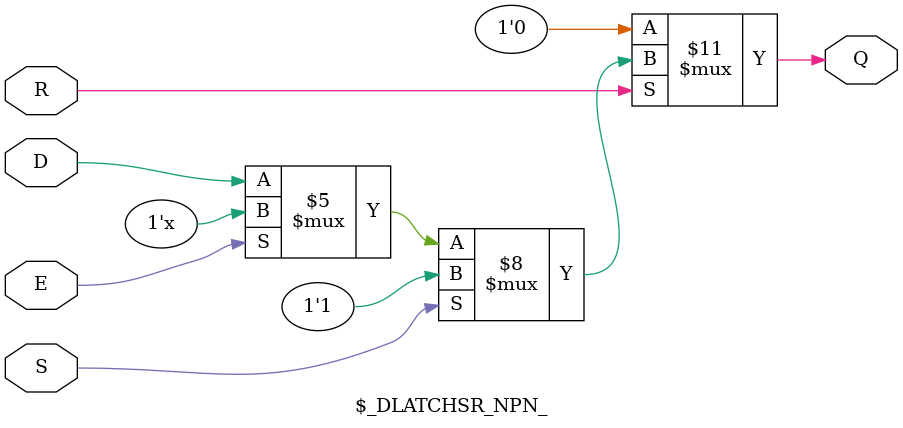
<source format=v>

module \$_DLATCHSR_NPN_ (E, S, R, D, Q);
input E, S, R, D;
output reg Q;
always @* begin
	if (R == 0)
		Q <= 0;
	else if (S == 1)
		Q <= 1;
	else if (E == 0)
		Q <= D;
end
endmodule

</source>
